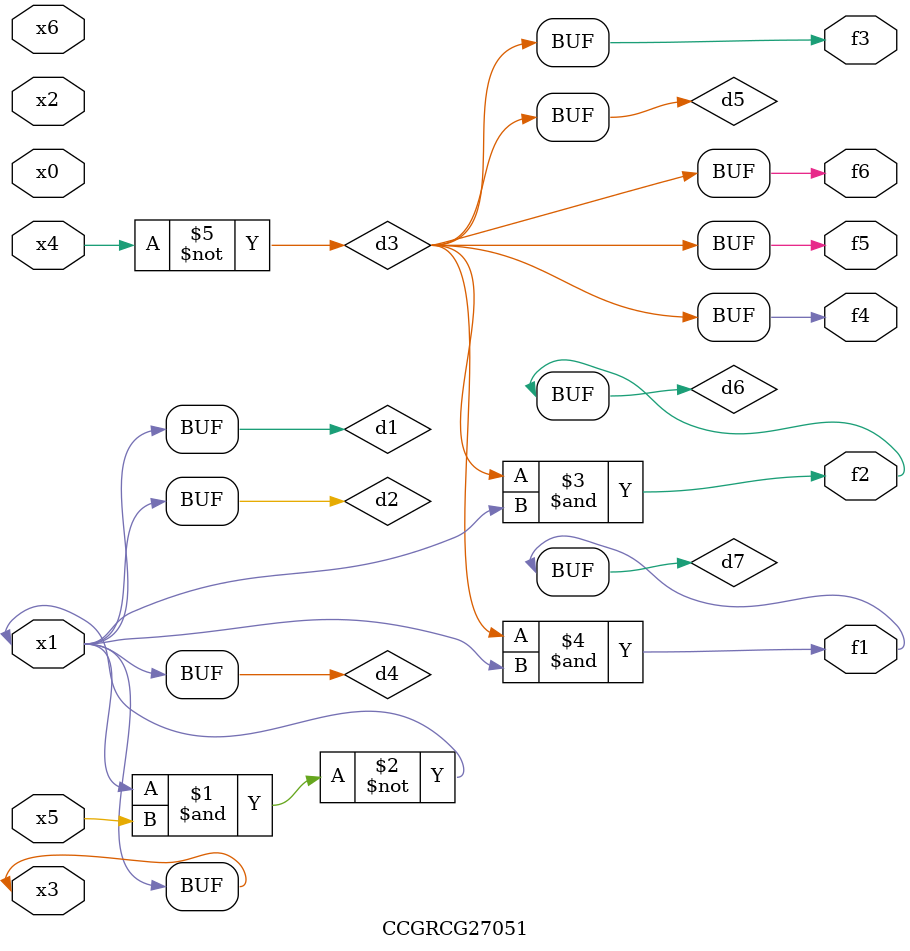
<source format=v>
module CCGRCG27051(
	input x0, x1, x2, x3, x4, x5, x6,
	output f1, f2, f3, f4, f5, f6
);

	wire d1, d2, d3, d4, d5, d6, d7;

	buf (d1, x1, x3);
	nand (d2, x1, x5);
	not (d3, x4);
	buf (d4, d1, d2);
	buf (d5, d3);
	and (d6, d3, d4);
	and (d7, d3, d4);
	assign f1 = d7;
	assign f2 = d6;
	assign f3 = d5;
	assign f4 = d5;
	assign f5 = d5;
	assign f6 = d5;
endmodule

</source>
